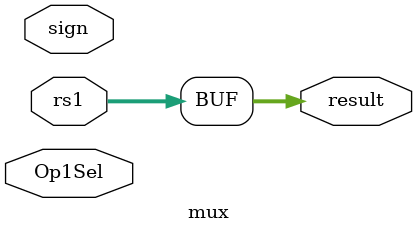
<source format=v>
module mux(input wire [31:0] rs1, input wire [31:0] sign, input wire Op1Sel, output wire [31:0] result);

assign result = rs1;

endmodule
</source>
